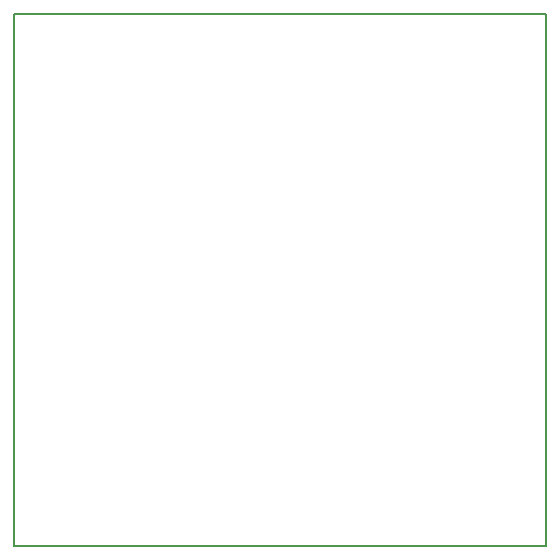
<source format=gbo>
%TF.GenerationSoftware,KiCad,Pcbnew,4.0.2-stable*%
%TF.CreationDate,2016-04-25T01:20:38-04:00*%
%TF.ProjectId,tornado,746F726E61646F2E6B696361645F7063,rev?*%
%TF.FileFunction,Legend,Bot*%
%FSLAX46Y46*%
G04 Gerber Fmt 4.6, Leading zero omitted, Abs format (unit mm)*
G04 Created by KiCad (PCBNEW 4.0.2-stable) date Mon 25 Apr 2016 01:20:38 EDT*
%MOMM*%
G01*
G04 APERTURE LIST*
%ADD10C,0.100000*%
%ADD11C,0.150000*%
G04 APERTURE END LIST*
D10*
D11*
X45000000Y45000000D02*
X0Y45000000D01*
X45000000Y0D02*
X45000000Y45000000D01*
X0Y0D02*
X45000000Y0D01*
X0Y45000000D02*
X0Y0D01*
M02*

</source>
